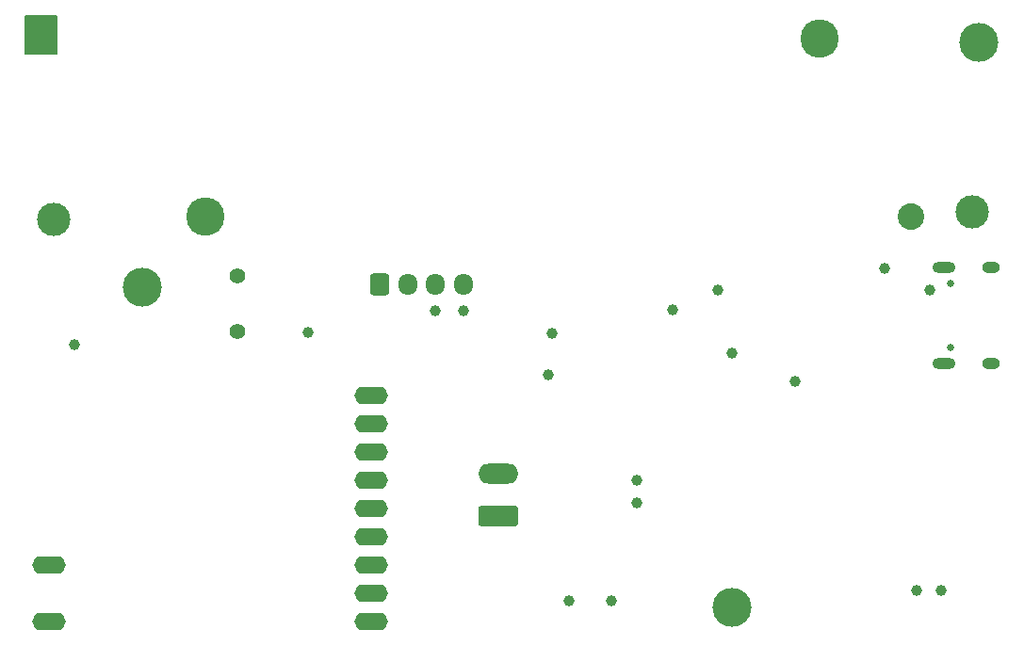
<source format=gbr>
%TF.GenerationSoftware,KiCad,Pcbnew,8.0.6-8.0.6-0~ubuntu24.04.1*%
%TF.CreationDate,2024-11-13T00:59:24+01:00*%
%TF.ProjectId,TinyTimer_V01,54696e79-5469-46d6-9572-5f5630312e6b,rev?*%
%TF.SameCoordinates,Original*%
%TF.FileFunction,Soldermask,Bot*%
%TF.FilePolarity,Negative*%
%FSLAX46Y46*%
G04 Gerber Fmt 4.6, Leading zero omitted, Abs format (unit mm)*
G04 Created by KiCad (PCBNEW 8.0.6-8.0.6-0~ubuntu24.04.1) date 2024-11-13 00:59:24*
%MOMM*%
%LPD*%
G01*
G04 APERTURE LIST*
G04 Aperture macros list*
%AMRoundRect*
0 Rectangle with rounded corners*
0 $1 Rounding radius*
0 $2 $3 $4 $5 $6 $7 $8 $9 X,Y pos of 4 corners*
0 Add a 4 corners polygon primitive as box body*
4,1,4,$2,$3,$4,$5,$6,$7,$8,$9,$2,$3,0*
0 Add four circle primitives for the rounded corners*
1,1,$1+$1,$2,$3*
1,1,$1+$1,$4,$5*
1,1,$1+$1,$6,$7*
1,1,$1+$1,$8,$9*
0 Add four rect primitives between the rounded corners*
20,1,$1+$1,$2,$3,$4,$5,0*
20,1,$1+$1,$4,$5,$6,$7,0*
20,1,$1+$1,$6,$7,$8,$9,0*
20,1,$1+$1,$8,$9,$2,$3,0*%
G04 Aperture macros list end*
%ADD10C,0.150000*%
%ADD11C,3.000000*%
%ADD12RoundRect,0.250000X1.550000X-0.650000X1.550000X0.650000X-1.550000X0.650000X-1.550000X-0.650000X0*%
%ADD13O,3.600000X1.800000*%
%ADD14C,3.500000*%
%ADD15RoundRect,0.250000X-0.600000X-0.725000X0.600000X-0.725000X0.600000X0.725000X-0.600000X0.725000X0*%
%ADD16O,1.700000X1.950000*%
%ADD17C,3.450000*%
%ADD18C,2.390000*%
%ADD19C,0.650000*%
%ADD20O,2.100000X1.000000*%
%ADD21O,1.600000X1.000000*%
%ADD22O,3.000000X1.600000*%
%ADD23C,1.408000*%
%ADD24C,1.000000*%
G04 APERTURE END LIST*
D10*
X635000Y57023000D02*
X3429000Y57023000D01*
X3429000Y53594000D01*
X635000Y53594000D01*
X635000Y57023000D01*
G36*
X635000Y57023000D02*
G01*
X3429000Y57023000D01*
X3429000Y53594000D01*
X635000Y53594000D01*
X635000Y57023000D01*
G37*
D11*
%TO.C,TP20*%
X85725000Y39370000D03*
%TD*%
D12*
%TO.C,SW4*%
X43180000Y12065000D03*
D13*
X43180000Y15875000D03*
%TD*%
D14*
%TO.C,H2*%
X64135000Y3810000D03*
%TD*%
D15*
%TO.C,J3*%
X32505000Y32893000D03*
D16*
X35005000Y32893000D03*
X37505000Y32893000D03*
X40005000Y32893000D03*
%TD*%
D11*
%TO.C,TP19*%
X3175000Y38735000D03*
%TD*%
D14*
%TO.C,H3*%
X86360000Y54610000D03*
%TD*%
D17*
%TO.C,BT1*%
X16850000Y38990000D03*
X72050000Y54990000D03*
D18*
X80270000Y38990000D03*
%TD*%
D14*
%TO.C,H1*%
X11176000Y32639000D03*
%TD*%
D19*
%TO.C,J1*%
X83760000Y27205000D03*
X83760000Y32985000D03*
D20*
X83230000Y25775000D03*
D21*
X87410000Y25775000D03*
D20*
X83230000Y34415000D03*
D21*
X87410000Y34415000D03*
%TD*%
D22*
%TO.C,U4*%
X31750000Y22860000D03*
X31750000Y20320000D03*
X31750000Y17780000D03*
X31750000Y15240000D03*
X31750000Y12700000D03*
X31750000Y10160000D03*
X31750000Y7620000D03*
X31750000Y5080000D03*
X31750000Y2540000D03*
X2750000Y7620000D03*
X2750000Y2540000D03*
%TD*%
D23*
%TO.C,LS1*%
X19685000Y33615000D03*
X19685000Y28615000D03*
%TD*%
D24*
%TO.C,TP1*%
X49530000Y4445000D03*
%TD*%
%TO.C,TP17*%
X62865000Y32385000D03*
%TD*%
%TO.C,TP8*%
X77870000Y34290000D03*
%TD*%
%TO.C,TP10*%
X64135000Y26670000D03*
%TD*%
%TO.C,TP4*%
X53340000Y4445000D03*
%TD*%
%TO.C,TP16*%
X26035000Y28575000D03*
%TD*%
%TO.C,TP5*%
X80772000Y5334000D03*
%TD*%
%TO.C,TP13*%
X37465000Y30480000D03*
%TD*%
%TO.C,TP2*%
X55626000Y15240000D03*
%TD*%
%TO.C,TP3*%
X55626000Y13208000D03*
%TD*%
%TO.C,TP12*%
X5080000Y27431000D03*
%TD*%
%TO.C,TP18*%
X58801000Y30607000D03*
%TD*%
%TO.C,TP9*%
X47625000Y24765000D03*
%TD*%
%TO.C,TP14*%
X40005000Y30480000D03*
%TD*%
%TO.C,TP15*%
X48006000Y28448000D03*
%TD*%
%TO.C,TP6*%
X82931000Y5334000D03*
%TD*%
%TO.C,TP7*%
X81915000Y32385000D03*
%TD*%
%TO.C,TP11*%
X69850000Y24130000D03*
%TD*%
M02*

</source>
